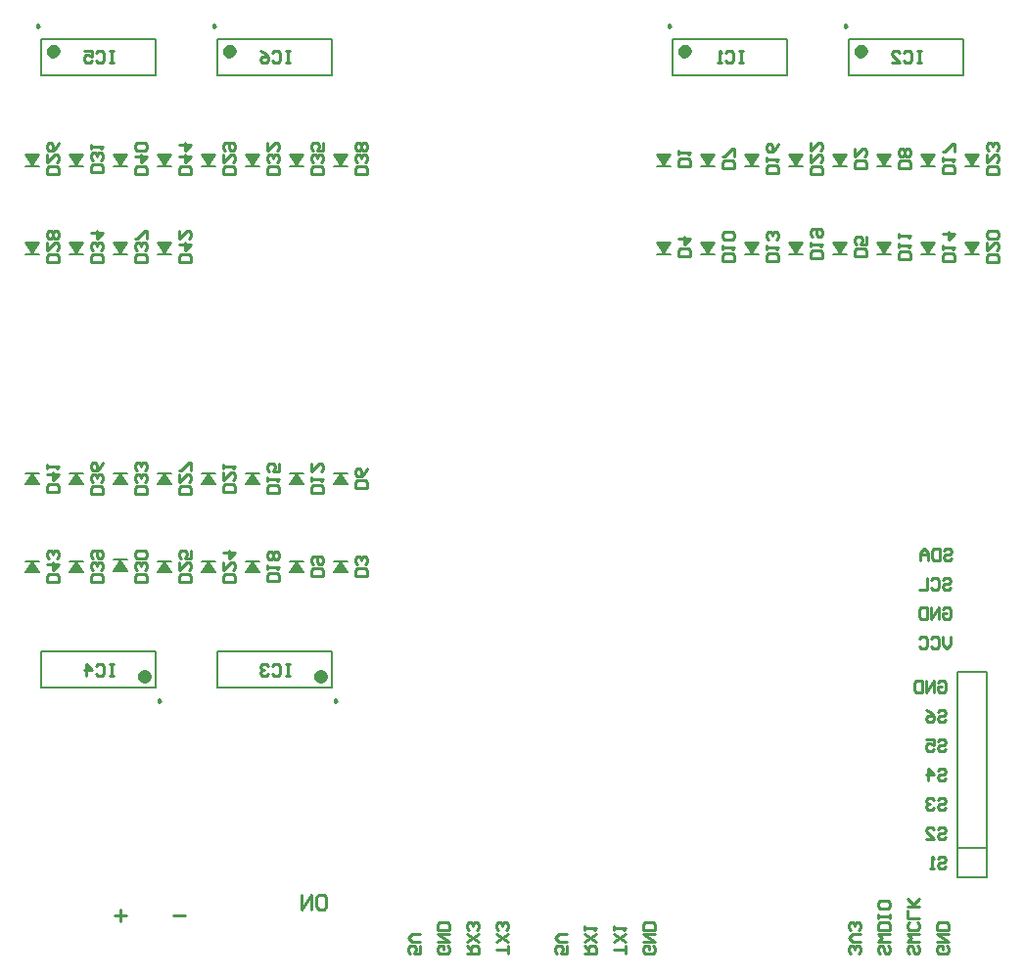
<source format=gbo>
G04*
G04 #@! TF.GenerationSoftware,Altium Limited,Altium Designer,21.3.2 (30)*
G04*
G04 Layer_Color=32896*
%FSLAX25Y25*%
%MOIN*%
G70*
G04*
G04 #@! TF.SameCoordinates,0941D6B8-9053-4ACA-ABC4-2B4951EE2B0C*
G04*
G04*
G04 #@! TF.FilePolarity,Positive*
G04*
G01*
G75*
%ADD10C,0.00984*%
%ADD11C,0.02362*%
%ADD12C,0.00787*%
%ADD15C,0.00800*%
%ADD16C,0.01000*%
G36*
X95000Y282716D02*
X92638Y286260D01*
X97362D01*
X95000Y282716D01*
D02*
G37*
G36*
X80000D02*
X77638Y286260D01*
X82362D01*
X80000Y282716D01*
D02*
G37*
G36*
X65000D02*
X62638Y286260D01*
X67362D01*
X65000Y282716D01*
D02*
G37*
G36*
X50000D02*
X47638Y286260D01*
X52362D01*
X50000Y282716D01*
D02*
G37*
G36*
X35000D02*
X32638Y286260D01*
X37362D01*
X35000Y282716D01*
D02*
G37*
G36*
X20000D02*
X17638Y286260D01*
X22362D01*
X20000Y282716D01*
D02*
G37*
G36*
X65000Y252716D02*
X62638Y256260D01*
X67362D01*
X65000Y252716D01*
D02*
G37*
G36*
X50000D02*
X47638Y256260D01*
X52362D01*
X50000Y252716D01*
D02*
G37*
G36*
X35000D02*
X32638Y256260D01*
X37362D01*
X35000Y252716D01*
D02*
G37*
G36*
X20000D02*
X17638Y256260D01*
X22362D01*
X20000Y252716D01*
D02*
G37*
G36*
X97362Y173740D02*
X92638D01*
X95000Y177284D01*
X97362Y173740D01*
D02*
G37*
G36*
X82362D02*
X77638D01*
X80000Y177284D01*
X82362Y173740D01*
D02*
G37*
G36*
X67362D02*
X62638D01*
X65000Y177284D01*
X67362Y173740D01*
D02*
G37*
G36*
X52362D02*
X47638D01*
X50000Y177284D01*
X52362Y173740D01*
D02*
G37*
G36*
X37362D02*
X32638D01*
X35000Y177284D01*
X37362Y173740D01*
D02*
G37*
G36*
X22362D02*
X17638D01*
X20000Y177284D01*
X22362Y173740D01*
D02*
G37*
G36*
X52362Y144370D02*
X47638D01*
X50000Y147913D01*
X52362Y144370D01*
D02*
G37*
G36*
X97362Y143740D02*
X92638D01*
X95000Y147283D01*
X97362Y143740D01*
D02*
G37*
G36*
X82362D02*
X77638D01*
X80000Y147283D01*
X82362Y143740D01*
D02*
G37*
G36*
X67362D02*
X62638D01*
X65000Y147283D01*
X67362Y143740D01*
D02*
G37*
G36*
X37362D02*
X32638D01*
X35000Y147283D01*
X37362Y143740D01*
D02*
G37*
G36*
X22362D02*
X17638D01*
X20000Y147283D01*
X22362Y143740D01*
D02*
G37*
G36*
X340000Y282716D02*
X337638Y286260D01*
X342362D01*
X340000Y282716D01*
D02*
G37*
G36*
X325000D02*
X322638Y286260D01*
X327362D01*
X325000Y282716D01*
D02*
G37*
G36*
X310000D02*
X307638Y286260D01*
X312362D01*
X310000Y282716D01*
D02*
G37*
G36*
X295000D02*
X292638Y286260D01*
X297362D01*
X295000Y282716D01*
D02*
G37*
G36*
X280000D02*
X277638Y286260D01*
X282362D01*
X280000Y282716D01*
D02*
G37*
G36*
X265000D02*
X262638Y286260D01*
X267362D01*
X265000Y282716D01*
D02*
G37*
G36*
X250000D02*
X247638Y286260D01*
X252362D01*
X250000Y282716D01*
D02*
G37*
G36*
X235000D02*
X232638Y286260D01*
X237362D01*
X235000Y282716D01*
D02*
G37*
G36*
X125000D02*
X122638Y286260D01*
X127362D01*
X125000Y282716D01*
D02*
G37*
G36*
X110000D02*
X107638Y286260D01*
X112362D01*
X110000Y282716D01*
D02*
G37*
G36*
X340000Y252716D02*
X337638Y256260D01*
X342362D01*
X340000Y252716D01*
D02*
G37*
G36*
X325000D02*
X322638Y256260D01*
X327362D01*
X325000Y252716D01*
D02*
G37*
G36*
X310000D02*
X307638Y256260D01*
X312362D01*
X310000Y252716D01*
D02*
G37*
G36*
X295000D02*
X292638Y256260D01*
X297362D01*
X295000Y252716D01*
D02*
G37*
G36*
X280000D02*
X277638Y256260D01*
X282362D01*
X280000Y252716D01*
D02*
G37*
G36*
X265000D02*
X262638Y256260D01*
X267362D01*
X265000Y252716D01*
D02*
G37*
G36*
X250000D02*
X247638Y256260D01*
X252362D01*
X250000Y252716D01*
D02*
G37*
G36*
X235000D02*
X232638Y256260D01*
X237362D01*
X235000Y252716D01*
D02*
G37*
G36*
X127362Y173740D02*
X122638D01*
X125000Y177284D01*
X127362Y173740D01*
D02*
G37*
G36*
X112362D02*
X107638D01*
X110000Y177284D01*
X112362Y173740D01*
D02*
G37*
G36*
X127362Y143740D02*
X122638D01*
X125000Y147283D01*
X127362Y143740D01*
D02*
G37*
G36*
X112362D02*
X107638D01*
X110000Y147283D01*
X112362Y143740D01*
D02*
G37*
D10*
X297244Y330000D02*
X296506Y330426D01*
Y329574D01*
X297244Y330000D01*
X237244D02*
X236506Y330426D01*
Y329574D01*
X237244Y330000D01*
X22244D02*
X21506Y330426D01*
Y329574D01*
X22244Y330000D01*
X82244D02*
X81506Y330426D01*
Y329574D01*
X82244Y330000D01*
X63740Y100000D02*
X63002Y100426D01*
Y99574D01*
X63740Y100000D01*
X123740D02*
X123002Y100426D01*
Y99574D01*
X123740Y100000D01*
D11*
X303130Y321535D02*
X302685Y322459D01*
X301686Y322687D01*
X300885Y322048D01*
Y321023D01*
X301686Y320384D01*
X302685Y320612D01*
X303130Y321535D01*
X243130D02*
X242685Y322459D01*
X241686Y322687D01*
X240885Y322048D01*
Y321023D01*
X241686Y320384D01*
X242685Y320612D01*
X243130Y321535D01*
X28130D02*
X27685Y322459D01*
X26686Y322687D01*
X25885Y322048D01*
Y321023D01*
X26686Y320384D01*
X27685Y320612D01*
X28130Y321535D01*
X88130D02*
X87685Y322459D01*
X86686Y322687D01*
X85885Y322048D01*
Y321023D01*
X86686Y320384D01*
X87685Y320612D01*
X88130Y321535D01*
X59232Y108465D02*
X58788Y109388D01*
X57788Y109616D01*
X56987Y108977D01*
Y107952D01*
X57788Y107313D01*
X58788Y107541D01*
X59232Y108465D01*
X119232D02*
X118788Y109388D01*
X117788Y109616D01*
X116987Y108977D01*
Y107952D01*
X117788Y107313D01*
X118788Y107541D01*
X119232Y108465D01*
D12*
X298012Y325472D02*
X336988D01*
X298012Y313268D02*
X336988D01*
X298012D02*
Y325472D01*
X336988Y313268D02*
Y325472D01*
X238012D02*
X276988D01*
X238012Y313268D02*
X276988D01*
X238012D02*
Y325472D01*
X276988Y313268D02*
Y325472D01*
X61988Y313268D02*
Y325472D01*
X23012Y313268D02*
Y325472D01*
Y313268D02*
X61988D01*
X23012Y325472D02*
X61988D01*
X83012D02*
X121988D01*
X83012Y313268D02*
X121988D01*
X83012D02*
Y325472D01*
X121988Y313268D02*
Y325472D01*
X23012Y104528D02*
X61988D01*
X23012Y116732D02*
X61988D01*
Y104528D02*
Y116732D01*
X23012Y104528D02*
Y116732D01*
X83012Y104528D02*
X121988D01*
X83012Y116732D02*
X121988D01*
Y104528D02*
Y116732D01*
X83012Y104528D02*
Y116732D01*
X335000Y50000D02*
X345000D01*
X335000Y110000D02*
X345000D01*
X335000Y40000D02*
Y110000D01*
Y40000D02*
X345000D01*
Y110000D01*
D15*
X337638Y256260D02*
X340000Y252716D01*
X342362Y256260D01*
X337638D02*
X342362D01*
X337638Y252323D02*
X342362D01*
X322638Y256260D02*
X325000Y252716D01*
X327362Y256260D01*
X322638D02*
X327362D01*
X322638Y252323D02*
X327362D01*
X307638Y256260D02*
X310000Y252716D01*
X312362Y256260D01*
X307638D02*
X312362D01*
X307638Y252323D02*
X312362D01*
X292638Y256260D02*
X295000Y252716D01*
X297362Y256260D01*
X292638D02*
X297362D01*
X292638Y252323D02*
X297362D01*
X277638Y256260D02*
X280000Y252716D01*
X282362Y256260D01*
X277638D02*
X282362D01*
X277638Y252323D02*
X282362D01*
X262638Y256260D02*
X265000Y252716D01*
X267362Y256260D01*
X262638D02*
X267362D01*
X262638Y252323D02*
X267362D01*
X247638Y256260D02*
X250000Y252716D01*
X252362Y256260D01*
X247638D02*
X252362D01*
X247638Y252323D02*
X252362D01*
X232638Y256260D02*
X235000Y252716D01*
X237362Y256260D01*
X232638D02*
X237362D01*
X232638Y252323D02*
X237362D01*
X232638Y286260D02*
X235000Y282716D01*
X237362Y286260D01*
X232638D02*
X237362D01*
X232638Y282323D02*
X237362D01*
X247638Y286260D02*
X250000Y282716D01*
X252362Y286260D01*
X247638D02*
X252362D01*
X247638Y282323D02*
X252362D01*
X262638Y286260D02*
X265000Y282716D01*
X267362Y286260D01*
X262638D02*
X267362D01*
X262638Y282323D02*
X267362D01*
X292638Y286260D02*
X295000Y282716D01*
X297362Y286260D01*
X292638D02*
X297362D01*
X292638Y282323D02*
X297362D01*
X307638Y286260D02*
X310000Y282716D01*
X312362Y286260D01*
X307638D02*
X312362D01*
X307638Y282323D02*
X312362D01*
X322638Y286260D02*
X325000Y282716D01*
X327362Y286260D01*
X322638D02*
X327362D01*
X322638Y282323D02*
X327362D01*
X337638Y286260D02*
X340000Y282716D01*
X342362Y286260D01*
X337638D02*
X342362D01*
X337638Y282323D02*
X342362D01*
X17638Y256260D02*
X20000Y252716D01*
X22362Y256260D01*
X17638D02*
X22362D01*
X17638Y252323D02*
X22362D01*
X32638Y256260D02*
X35000Y252716D01*
X37362Y256260D01*
X32638D02*
X37362D01*
X32638Y252323D02*
X37362D01*
X47638D02*
X52362D01*
X47638Y256260D02*
X52362D01*
X50000Y252716D02*
X52362Y256260D01*
X47638D02*
X50000Y252716D01*
X62638Y256260D02*
X65000Y252716D01*
X67362Y256260D01*
X62638D02*
X67362D01*
X62638Y252323D02*
X67362D01*
X17638Y286260D02*
X20000Y282716D01*
X22362Y286260D01*
X17638D02*
X22362D01*
X17638Y282323D02*
X22362D01*
X32638Y286260D02*
X35000Y282716D01*
X37362Y286260D01*
X32638D02*
X37362D01*
X32638Y282323D02*
X37362D01*
X47638Y286260D02*
X50000Y282716D01*
X52362Y286260D01*
X47638D02*
X52362D01*
X47638Y282323D02*
X52362D01*
X62638Y286260D02*
X65000Y282716D01*
X67362Y286260D01*
X62638D02*
X67362D01*
X62638Y282323D02*
X67362D01*
X77638Y286260D02*
X80000Y282716D01*
X82362Y286260D01*
X77638D02*
X82362D01*
X77638Y282323D02*
X82362D01*
X92638Y286260D02*
X95000Y282716D01*
X97362Y286260D01*
X92638D02*
X97362D01*
X92638Y282323D02*
X97362D01*
X107638Y286260D02*
X110000Y282716D01*
X112362Y286260D01*
X107638D02*
X112362D01*
X107638Y282323D02*
X112362D01*
X122638Y286260D02*
X125000Y282716D01*
X127362Y286260D01*
X122638D02*
X127362D01*
X122638Y282323D02*
X127362D01*
X35000Y177284D02*
X37362Y173740D01*
X32638D02*
X35000Y177284D01*
X32638Y173740D02*
X37362D01*
X32638Y177677D02*
X37362D01*
X50000Y177284D02*
X52362Y173740D01*
X47638D02*
X50000Y177284D01*
X47638Y173740D02*
X52362D01*
X47638Y177677D02*
X52362D01*
X65000Y177284D02*
X67362Y173740D01*
X62638D02*
X65000Y177284D01*
X62638Y173740D02*
X67362D01*
X62638Y177677D02*
X67362D01*
X80000Y177284D02*
X82362Y173740D01*
X77638D02*
X80000Y177284D01*
X77638Y173740D02*
X82362D01*
X77638Y177677D02*
X82362D01*
X95000Y177284D02*
X97362Y173740D01*
X92638D02*
X95000Y177284D01*
X92638Y173740D02*
X97362D01*
X92638Y177677D02*
X97362D01*
X110000Y177284D02*
X112362Y173740D01*
X107638D02*
X110000Y177284D01*
X107638Y173740D02*
X112362D01*
X107638Y177677D02*
X112362D01*
X125000Y177284D02*
X127362Y173740D01*
X122638D02*
X125000Y177284D01*
X122638Y173740D02*
X127362D01*
X122638Y177677D02*
X127362D01*
X125000Y147283D02*
X127362Y143740D01*
X122638D02*
X125000Y147283D01*
X122638Y143740D02*
X127362D01*
X122638Y147677D02*
X127362D01*
X110000Y147283D02*
X112362Y143740D01*
X107638D02*
X110000Y147283D01*
X107638Y143740D02*
X112362D01*
X107638Y147677D02*
X112362D01*
X95000Y147283D02*
X97362Y143740D01*
X92638D02*
X95000Y147283D01*
X92638Y143740D02*
X97362D01*
X92638Y147677D02*
X97362D01*
X80000Y147283D02*
X82362Y143740D01*
X77638D02*
X80000Y147283D01*
X77638Y143740D02*
X82362D01*
X77638Y147677D02*
X82362D01*
X65000Y147283D02*
X67362Y143740D01*
X62638D02*
X65000Y147283D01*
X62638Y143740D02*
X67362D01*
X62638Y147677D02*
X67362D01*
X50000Y147913D02*
X52362Y144370D01*
X47638D02*
X50000Y147913D01*
X47638Y144370D02*
X52362D01*
X47638Y148307D02*
X52362D01*
X35000Y147283D02*
X37362Y143740D01*
X32638D02*
X35000Y147283D01*
X32638Y143740D02*
X37362D01*
X32638Y147677D02*
X37362D01*
X20000Y177284D02*
X22362Y173740D01*
X17638D02*
X20000Y177284D01*
X17638Y173740D02*
X22362D01*
X17638Y177677D02*
X22362D01*
X20000Y147283D02*
X22362Y143740D01*
X17638D02*
X20000Y147283D01*
X17638Y143740D02*
X22362D01*
X17638Y147677D02*
X22362D01*
X277638Y286260D02*
X280000Y282716D01*
X282362Y286260D01*
X277638D02*
X282362D01*
X277638Y282323D02*
X282362D01*
D16*
X330334Y151332D02*
X331001Y151999D01*
X332334D01*
X333000Y151332D01*
Y150666D01*
X332334Y149999D01*
X331001D01*
X330334Y149333D01*
Y148667D01*
X331001Y148000D01*
X332334D01*
X333000Y148667D01*
X329001Y151999D02*
Y148000D01*
X327002D01*
X326336Y148667D01*
Y151332D01*
X327002Y151999D01*
X329001D01*
X325003Y148000D02*
Y150666D01*
X323670Y151999D01*
X322337Y150666D01*
Y148000D01*
Y149999D01*
X325003D01*
X329834Y141332D02*
X330501Y141999D01*
X331834D01*
X332500Y141332D01*
Y140666D01*
X331834Y139999D01*
X330501D01*
X329834Y139333D01*
Y138666D01*
X330501Y138000D01*
X331834D01*
X332500Y138666D01*
X325835Y141332D02*
X326502Y141999D01*
X327835D01*
X328501Y141332D01*
Y138666D01*
X327835Y138000D01*
X326502D01*
X325835Y138666D01*
X324503Y141999D02*
Y138000D01*
X321837D01*
X329834Y131332D02*
X330501Y131999D01*
X331834D01*
X332500Y131332D01*
Y128666D01*
X331834Y128000D01*
X330501D01*
X329834Y128666D01*
Y129999D01*
X331167D01*
X328501Y128000D02*
Y131999D01*
X325835Y128000D01*
Y131999D01*
X324503D02*
Y128000D01*
X322503D01*
X321837Y128666D01*
Y131332D01*
X322503Y131999D01*
X324503D01*
X332500Y121999D02*
Y119333D01*
X331167Y118000D01*
X329834Y119333D01*
Y121999D01*
X325835Y121332D02*
X326502Y121999D01*
X327835D01*
X328501Y121332D01*
Y118667D01*
X327835Y118000D01*
X326502D01*
X325835Y118667D01*
X321837Y121332D02*
X322503Y121999D01*
X323836D01*
X324503Y121332D01*
Y118667D01*
X323836Y118000D01*
X322503D01*
X321837Y118667D01*
X117501Y33998D02*
X119167D01*
X120000Y33165D01*
Y29833D01*
X119167Y29000D01*
X117501D01*
X116668Y29833D01*
Y33165D01*
X117501Y33998D01*
X115002Y29000D02*
Y33998D01*
X111669Y29000D01*
Y33998D01*
X52000Y26999D02*
X48001D01*
X50001Y28999D02*
Y25000D01*
X72000Y27000D02*
X68001D01*
X201999Y16666D02*
Y14000D01*
X199999D01*
X200666Y15333D01*
Y15999D01*
X199999Y16666D01*
X198667D01*
X198000Y15999D01*
Y14667D01*
X198667Y14000D01*
X201999Y17999D02*
X199333D01*
X198000Y19332D01*
X199333Y20664D01*
X201999D01*
X208000Y14000D02*
X211999D01*
Y15999D01*
X211332Y16666D01*
X209999D01*
X209333Y15999D01*
Y14000D01*
Y15333D02*
X208000Y16666D01*
X211999Y17999D02*
X208000Y20664D01*
X211999D02*
X208000Y17999D01*
Y21997D02*
Y23330D01*
Y22664D01*
X211999D01*
X211332Y21997D01*
X221999Y14000D02*
Y16666D01*
Y15333D01*
X218000D01*
X221999Y17999D02*
X218000Y20664D01*
X221999D02*
X218000Y17999D01*
Y21997D02*
Y23330D01*
Y22664D01*
X221999D01*
X221332Y21997D01*
X231332Y16666D02*
X231999Y15999D01*
Y14667D01*
X231332Y14000D01*
X228666D01*
X228000Y14667D01*
Y15999D01*
X228666Y16666D01*
X229999D01*
Y15333D01*
X228000Y17999D02*
X231999D01*
X228000Y20664D01*
X231999D01*
Y21997D02*
X228000D01*
Y23997D01*
X228666Y24663D01*
X231332D01*
X231999Y23997D01*
Y21997D01*
X151999Y16666D02*
Y14000D01*
X149999D01*
X150666Y15333D01*
Y15999D01*
X149999Y16666D01*
X148667D01*
X148000Y15999D01*
Y14667D01*
X148667Y14000D01*
X151999Y17999D02*
X149333D01*
X148000Y19332D01*
X149333Y20664D01*
X151999D01*
X161332Y16666D02*
X161999Y15999D01*
Y14667D01*
X161332Y14000D01*
X158667D01*
X158000Y14667D01*
Y15999D01*
X158667Y16666D01*
X159999D01*
Y15333D01*
X158000Y17999D02*
X161999D01*
X158000Y20664D01*
X161999D01*
Y21997D02*
X158000D01*
Y23997D01*
X158667Y24663D01*
X161332D01*
X161999Y23997D01*
Y21997D01*
X168000Y14000D02*
X171999D01*
Y15999D01*
X171332Y16666D01*
X169999D01*
X169333Y15999D01*
Y14000D01*
Y15333D02*
X168000Y16666D01*
X171999Y17999D02*
X168000Y20664D01*
X171999D02*
X168000Y17999D01*
X171332Y21997D02*
X171999Y22664D01*
Y23997D01*
X171332Y24663D01*
X170666D01*
X169999Y23997D01*
Y23330D01*
Y23997D01*
X169333Y24663D01*
X168667D01*
X168000Y23997D01*
Y22664D01*
X168667Y21997D01*
X181999Y14000D02*
Y16666D01*
Y15333D01*
X178000D01*
X181999Y17999D02*
X178000Y20664D01*
X181999D02*
X178000Y17999D01*
X181332Y21997D02*
X181999Y22664D01*
Y23997D01*
X181332Y24663D01*
X180666D01*
X179999Y23997D01*
Y23330D01*
Y23997D01*
X179333Y24663D01*
X178666D01*
X178000Y23997D01*
Y22664D01*
X178666Y21997D01*
X331332Y16666D02*
X331999Y15999D01*
Y14667D01*
X331332Y14000D01*
X328666D01*
X328000Y14667D01*
Y15999D01*
X328666Y16666D01*
X329999D01*
Y15333D01*
X328000Y17999D02*
X331999D01*
X328000Y20664D01*
X331999D01*
Y21997D02*
X328000D01*
Y23997D01*
X328666Y24663D01*
X331332D01*
X331999Y23997D01*
Y21997D01*
X321332Y16666D02*
X321999Y15999D01*
Y14667D01*
X321332Y14000D01*
X320666D01*
X319999Y14667D01*
Y15999D01*
X319333Y16666D01*
X318666D01*
X318000Y15999D01*
Y14667D01*
X318666Y14000D01*
X321999Y17999D02*
X318000D01*
X319333Y19332D01*
X318000Y20664D01*
X321999D01*
X321332Y24663D02*
X321999Y23997D01*
Y22664D01*
X321332Y21997D01*
X318666D01*
X318000Y22664D01*
Y23997D01*
X318666Y24663D01*
X321999Y25996D02*
X318000D01*
Y28662D01*
X321999Y29995D02*
X318000D01*
X319333D01*
X321999Y32661D01*
X319999Y30661D01*
X318000Y32661D01*
X311332Y16666D02*
X311999Y15999D01*
Y14667D01*
X311332Y14000D01*
X310666D01*
X309999Y14667D01*
Y15999D01*
X309333Y16666D01*
X308666D01*
X308000Y15999D01*
Y14667D01*
X308666Y14000D01*
X311999Y17999D02*
X308000D01*
X309333Y19332D01*
X308000Y20664D01*
X311999D01*
Y21997D02*
X308000D01*
Y23997D01*
X308666Y24663D01*
X311332D01*
X311999Y23997D01*
Y21997D01*
Y25996D02*
Y27329D01*
Y26663D01*
X308000D01*
Y25996D01*
Y27329D01*
X311999Y31328D02*
Y29995D01*
X311332Y29328D01*
X308666D01*
X308000Y29995D01*
Y31328D01*
X308666Y31994D01*
X311332D01*
X311999Y31328D01*
X301332Y14000D02*
X301999Y14667D01*
Y15999D01*
X301332Y16666D01*
X300666D01*
X299999Y15999D01*
Y15333D01*
Y15999D01*
X299333Y16666D01*
X298666D01*
X298000Y15999D01*
Y14667D01*
X298666Y14000D01*
X301999Y17999D02*
X299333D01*
X298000Y19332D01*
X299333Y20664D01*
X301999D01*
X301332Y21997D02*
X301999Y22664D01*
Y23997D01*
X301332Y24663D01*
X300666D01*
X299999Y23997D01*
Y23330D01*
Y23997D01*
X299333Y24663D01*
X298666D01*
X298000Y23997D01*
Y22664D01*
X298666Y21997D01*
X328334Y106332D02*
X329001Y106999D01*
X330334D01*
X331000Y106332D01*
Y103666D01*
X330334Y103000D01*
X329001D01*
X328334Y103666D01*
Y104999D01*
X329667D01*
X327001Y103000D02*
Y106999D01*
X324336Y103000D01*
Y106999D01*
X323003D02*
Y103000D01*
X321003D01*
X320337Y103666D01*
Y106332D01*
X321003Y106999D01*
X323003D01*
X328334Y96332D02*
X329001Y96999D01*
X330334D01*
X331000Y96332D01*
Y95666D01*
X330334Y94999D01*
X329001D01*
X328334Y94333D01*
Y93666D01*
X329001Y93000D01*
X330334D01*
X331000Y93666D01*
X324336Y96999D02*
X325668Y96332D01*
X327001Y94999D01*
Y93666D01*
X326335Y93000D01*
X325002D01*
X324336Y93666D01*
Y94333D01*
X325002Y94999D01*
X327001D01*
X328334Y86332D02*
X329001Y86999D01*
X330334D01*
X331000Y86332D01*
Y85666D01*
X330334Y84999D01*
X329001D01*
X328334Y84333D01*
Y83666D01*
X329001Y83000D01*
X330334D01*
X331000Y83666D01*
X324336Y86999D02*
X327001D01*
Y84999D01*
X325668Y85666D01*
X325002D01*
X324336Y84999D01*
Y83666D01*
X325002Y83000D01*
X326335D01*
X327001Y83666D01*
X328334Y76332D02*
X329001Y76999D01*
X330334D01*
X331000Y76332D01*
Y75666D01*
X330334Y74999D01*
X329001D01*
X328334Y74333D01*
Y73666D01*
X329001Y73000D01*
X330334D01*
X331000Y73666D01*
X325002Y73000D02*
Y76999D01*
X327001Y74999D01*
X324336D01*
X328334Y66332D02*
X329001Y66999D01*
X330334D01*
X331000Y66332D01*
Y65666D01*
X330334Y64999D01*
X329001D01*
X328334Y64333D01*
Y63666D01*
X329001Y63000D01*
X330334D01*
X331000Y63666D01*
X327001Y66332D02*
X326335Y66999D01*
X325002D01*
X324336Y66332D01*
Y65666D01*
X325002Y64999D01*
X325668D01*
X325002D01*
X324336Y64333D01*
Y63666D01*
X325002Y63000D01*
X326335D01*
X327001Y63666D01*
X328334Y56332D02*
X329001Y56999D01*
X330334D01*
X331000Y56332D01*
Y55666D01*
X330334Y54999D01*
X329001D01*
X328334Y54333D01*
Y53666D01*
X329001Y53000D01*
X330334D01*
X331000Y53666D01*
X324336Y53000D02*
X327001D01*
X324336Y55666D01*
Y56332D01*
X325002Y56999D01*
X326335D01*
X327001Y56332D01*
X328334Y46332D02*
X329001Y46999D01*
X330334D01*
X331000Y46332D01*
Y45666D01*
X330334Y44999D01*
X329001D01*
X328334Y44333D01*
Y43666D01*
X329001Y43000D01*
X330334D01*
X331000Y43666D01*
X327001Y43000D02*
X325668D01*
X326335D01*
Y46999D01*
X327001Y46332D01*
X348999Y249668D02*
X345001D01*
Y251668D01*
X345667Y252334D01*
X348333D01*
X348999Y251668D01*
Y249668D01*
X345001Y256333D02*
Y253667D01*
X347666Y256333D01*
X348333D01*
X348999Y255666D01*
Y254333D01*
X348333Y253667D01*
Y257666D02*
X348999Y258332D01*
Y259665D01*
X348333Y260332D01*
X345667D01*
X345001Y259665D01*
Y258332D01*
X345667Y257666D01*
X348333D01*
X333999Y250002D02*
X330001D01*
Y252001D01*
X330667Y252667D01*
X333333D01*
X333999Y252001D01*
Y250002D01*
X330001Y254000D02*
Y255333D01*
Y254667D01*
X333999D01*
X333333Y254000D01*
X330001Y259332D02*
X333999D01*
X332000Y257333D01*
Y259998D01*
X318999Y250668D02*
X315001D01*
Y252667D01*
X315667Y253334D01*
X318333D01*
X318999Y252667D01*
Y250668D01*
X315001Y254667D02*
Y256000D01*
Y255333D01*
X318999D01*
X318333Y254667D01*
X315001Y257999D02*
Y259332D01*
Y258665D01*
X318999D01*
X318333Y257999D01*
X303999Y251668D02*
X300001D01*
Y253667D01*
X300667Y254334D01*
X303333D01*
X303999Y253667D01*
Y251668D01*
Y258332D02*
Y255666D01*
X302000D01*
X302666Y256999D01*
Y257666D01*
X302000Y258332D01*
X300667D01*
X300001Y257666D01*
Y256333D01*
X300667Y255666D01*
X288999Y251002D02*
X285001D01*
Y253001D01*
X285667Y253667D01*
X288333D01*
X288999Y253001D01*
Y251002D01*
X285001Y255000D02*
Y256333D01*
Y255667D01*
X288999D01*
X288333Y255000D01*
X285667Y258333D02*
X285001Y258999D01*
Y260332D01*
X285667Y260998D01*
X288333D01*
X288999Y260332D01*
Y258999D01*
X288333Y258333D01*
X287666D01*
X287000Y258999D01*
Y260998D01*
X273999Y250002D02*
X270001D01*
Y252001D01*
X270667Y252667D01*
X273333D01*
X273999Y252001D01*
Y250002D01*
X270001Y254000D02*
Y255333D01*
Y254667D01*
X273999D01*
X273333Y254000D01*
Y257333D02*
X273999Y257999D01*
Y259332D01*
X273333Y259998D01*
X272666D01*
X272000Y259332D01*
Y258665D01*
Y259332D01*
X271334Y259998D01*
X270667D01*
X270001Y259332D01*
Y257999D01*
X270667Y257333D01*
X258999Y250002D02*
X255001D01*
Y252001D01*
X255667Y252667D01*
X258333D01*
X258999Y252001D01*
Y250002D01*
X255001Y254000D02*
Y255333D01*
Y254667D01*
X258999D01*
X258333Y254000D01*
Y257333D02*
X258999Y257999D01*
Y259332D01*
X258333Y259998D01*
X255667D01*
X255001Y259332D01*
Y257999D01*
X255667Y257333D01*
X258333D01*
X243999Y251668D02*
X240001D01*
Y253667D01*
X240667Y254334D01*
X243333D01*
X243999Y253667D01*
Y251668D01*
X240001Y257666D02*
X243999D01*
X242000Y255666D01*
Y258332D01*
X243999Y282334D02*
X240001D01*
Y284334D01*
X240667Y285000D01*
X243333D01*
X243999Y284334D01*
Y282334D01*
X240001Y286333D02*
Y287666D01*
Y286999D01*
X243999D01*
X243333Y286333D01*
X258999Y281668D02*
X255001D01*
Y283667D01*
X255667Y284334D01*
X258333D01*
X258999Y283667D01*
Y281668D01*
Y285666D02*
Y288332D01*
X258333D01*
X255667Y285666D01*
X255001D01*
X273999Y280002D02*
X270001D01*
Y282001D01*
X270667Y282667D01*
X273333D01*
X273999Y282001D01*
Y280002D01*
X270001Y284000D02*
Y285333D01*
Y284667D01*
X273999D01*
X273333Y284000D01*
X273999Y289998D02*
X273333Y288666D01*
X272000Y287333D01*
X270667D01*
X270001Y287999D01*
Y289332D01*
X270667Y289998D01*
X271334D01*
X272000Y289332D01*
Y287333D01*
X303999Y281668D02*
X300001D01*
Y283667D01*
X300667Y284334D01*
X303333D01*
X303999Y283667D01*
Y281668D01*
X300001Y288332D02*
Y285666D01*
X302666Y288332D01*
X303333D01*
X303999Y287666D01*
Y286333D01*
X303333Y285666D01*
X318999Y281668D02*
X315001D01*
Y283667D01*
X315667Y284334D01*
X318333D01*
X318999Y283667D01*
Y281668D01*
X318333Y285666D02*
X318999Y286333D01*
Y287666D01*
X318333Y288332D01*
X317666D01*
X317000Y287666D01*
X316334Y288332D01*
X315667D01*
X315001Y287666D01*
Y286333D01*
X315667Y285666D01*
X316334D01*
X317000Y286333D01*
X317666Y285666D01*
X318333D01*
X317000Y286333D02*
Y287666D01*
X333999Y280002D02*
X330001D01*
Y282001D01*
X330667Y282667D01*
X333333D01*
X333999Y282001D01*
Y280002D01*
X330001Y284000D02*
Y285333D01*
Y284667D01*
X333999D01*
X333333Y284000D01*
X333999Y287333D02*
Y289998D01*
X333333D01*
X330667Y287333D01*
X330001D01*
X348999Y279668D02*
X345001D01*
Y281668D01*
X345667Y282334D01*
X348333D01*
X348999Y281668D01*
Y279668D01*
X345001Y286333D02*
Y283667D01*
X347666Y286333D01*
X348333D01*
X348999Y285666D01*
Y284334D01*
X348333Y283667D01*
Y287666D02*
X348999Y288332D01*
Y289665D01*
X348333Y290332D01*
X347666D01*
X347000Y289665D01*
Y288999D01*
Y289665D01*
X346334Y290332D01*
X345667D01*
X345001Y289665D01*
Y288332D01*
X345667Y287666D01*
X28999Y249668D02*
X25001D01*
Y251668D01*
X25667Y252334D01*
X28333D01*
X28999Y251668D01*
Y249668D01*
X25001Y256333D02*
Y253667D01*
X27666Y256333D01*
X28333D01*
X28999Y255666D01*
Y254333D01*
X28333Y253667D01*
Y257666D02*
X28999Y258332D01*
Y259665D01*
X28333Y260332D01*
X27666D01*
X27000Y259665D01*
X26333Y260332D01*
X25667D01*
X25001Y259665D01*
Y258332D01*
X25667Y257666D01*
X26333D01*
X27000Y258332D01*
X27666Y257666D01*
X28333D01*
X27000Y258332D02*
Y259665D01*
X43999Y249668D02*
X40001D01*
Y251668D01*
X40667Y252334D01*
X43333D01*
X43999Y251668D01*
Y249668D01*
X43333Y253667D02*
X43999Y254333D01*
Y255666D01*
X43333Y256333D01*
X42666D01*
X42000Y255666D01*
Y255000D01*
Y255666D01*
X41333Y256333D01*
X40667D01*
X40001Y255666D01*
Y254333D01*
X40667Y253667D01*
X40001Y259665D02*
X43999D01*
X42000Y257666D01*
Y260332D01*
X58999Y249668D02*
X55001D01*
Y251668D01*
X55667Y252334D01*
X58333D01*
X58999Y251668D01*
Y249668D01*
X58333Y253667D02*
X58999Y254333D01*
Y255666D01*
X58333Y256333D01*
X57666D01*
X57000Y255666D01*
Y255000D01*
Y255666D01*
X56334Y256333D01*
X55667D01*
X55001Y255666D01*
Y254333D01*
X55667Y253667D01*
X58999Y257666D02*
Y260332D01*
X58333D01*
X55667Y257666D01*
X55001D01*
X73999Y249668D02*
X70001D01*
Y251668D01*
X70667Y252334D01*
X73333D01*
X73999Y251668D01*
Y249668D01*
X70001Y255666D02*
X73999D01*
X72000Y253667D01*
Y256333D01*
X70001Y260332D02*
Y257666D01*
X72666Y260332D01*
X73333D01*
X73999Y259665D01*
Y258332D01*
X73333Y257666D01*
X28999Y279668D02*
X25001D01*
Y281668D01*
X25667Y282334D01*
X28333D01*
X28999Y281668D01*
Y279668D01*
X25001Y286333D02*
Y283667D01*
X27666Y286333D01*
X28333D01*
X28999Y285666D01*
Y284333D01*
X28333Y283667D01*
X28999Y290332D02*
X28333Y288999D01*
X27000Y287666D01*
X25667D01*
X25001Y288332D01*
Y289665D01*
X25667Y290332D01*
X26333D01*
X27000Y289665D01*
Y287666D01*
X43999Y280335D02*
X40001D01*
Y282334D01*
X40667Y283001D01*
X43333D01*
X43999Y282334D01*
Y280335D01*
X43333Y284333D02*
X43999Y285000D01*
Y286333D01*
X43333Y286999D01*
X42666D01*
X42000Y286333D01*
Y285666D01*
Y286333D01*
X41333Y286999D01*
X40667D01*
X40001Y286333D01*
Y285000D01*
X40667Y284333D01*
X40001Y288332D02*
Y289665D01*
Y288999D01*
X43999D01*
X43333Y288332D01*
X58999Y279668D02*
X55001D01*
Y281668D01*
X55667Y282334D01*
X58333D01*
X58999Y281668D01*
Y279668D01*
X55001Y285666D02*
X58999D01*
X57000Y283667D01*
Y286333D01*
X58333Y287666D02*
X58999Y288332D01*
Y289665D01*
X58333Y290332D01*
X55667D01*
X55001Y289665D01*
Y288332D01*
X55667Y287666D01*
X58333D01*
X73999Y279668D02*
X70001D01*
Y281668D01*
X70667Y282334D01*
X73333D01*
X73999Y281668D01*
Y279668D01*
X70001Y285666D02*
X73999D01*
X72000Y283667D01*
Y286333D01*
X70001Y289665D02*
X73999D01*
X72000Y287666D01*
Y290332D01*
X88999Y279668D02*
X85001D01*
Y281668D01*
X85667Y282334D01*
X88333D01*
X88999Y281668D01*
Y279668D01*
X85001Y286333D02*
Y283667D01*
X87666Y286333D01*
X88333D01*
X88999Y285666D01*
Y284333D01*
X88333Y283667D01*
X85667Y287666D02*
X85001Y288332D01*
Y289665D01*
X85667Y290332D01*
X88333D01*
X88999Y289665D01*
Y288332D01*
X88333Y287666D01*
X87666D01*
X87000Y288332D01*
Y290332D01*
X103999Y279668D02*
X100001D01*
Y281668D01*
X100667Y282334D01*
X103333D01*
X103999Y281668D01*
Y279668D01*
X103333Y283667D02*
X103999Y284334D01*
Y285666D01*
X103333Y286333D01*
X102666D01*
X102000Y285666D01*
Y285000D01*
Y285666D01*
X101334Y286333D01*
X100667D01*
X100001Y285666D01*
Y284334D01*
X100667Y283667D01*
X100001Y290332D02*
Y287666D01*
X102666Y290332D01*
X103333D01*
X103999Y289665D01*
Y288332D01*
X103333Y287666D01*
X118999Y279668D02*
X115001D01*
Y281668D01*
X115667Y282334D01*
X118333D01*
X118999Y281668D01*
Y279668D01*
X118333Y283667D02*
X118999Y284333D01*
Y285666D01*
X118333Y286333D01*
X117666D01*
X117000Y285666D01*
Y285000D01*
Y285666D01*
X116333Y286333D01*
X115667D01*
X115001Y285666D01*
Y284333D01*
X115667Y283667D01*
X118999Y290332D02*
Y287666D01*
X117000D01*
X117666Y288999D01*
Y289665D01*
X117000Y290332D01*
X115667D01*
X115001Y289665D01*
Y288332D01*
X115667Y287666D01*
X133999Y279668D02*
X130001D01*
Y281668D01*
X130667Y282334D01*
X133333D01*
X133999Y281668D01*
Y279668D01*
X133333Y283667D02*
X133999Y284333D01*
Y285666D01*
X133333Y286333D01*
X132666D01*
X132000Y285666D01*
Y285000D01*
Y285666D01*
X131333Y286333D01*
X130667D01*
X130001Y285666D01*
Y284333D01*
X130667Y283667D01*
X133333Y287666D02*
X133999Y288332D01*
Y289665D01*
X133333Y290332D01*
X132666D01*
X132000Y289665D01*
X131333Y290332D01*
X130667D01*
X130001Y289665D01*
Y288332D01*
X130667Y287666D01*
X131333D01*
X132000Y288332D01*
X132666Y287666D01*
X133333D01*
X132000Y288332D02*
Y289665D01*
X322498Y321399D02*
X321165D01*
X321832D01*
Y317401D01*
X322498D01*
X321165D01*
X316500Y320733D02*
X317167Y321399D01*
X318500D01*
X319166Y320733D01*
Y318067D01*
X318500Y317401D01*
X317167D01*
X316500Y318067D01*
X312502Y317401D02*
X315167D01*
X312502Y320066D01*
Y320733D01*
X313168Y321399D01*
X314501D01*
X315167Y320733D01*
X261832Y321399D02*
X260499D01*
X261165D01*
Y317401D01*
X261832D01*
X260499D01*
X255834Y320733D02*
X256500Y321399D01*
X257833D01*
X258500Y320733D01*
Y318067D01*
X257833Y317401D01*
X256500D01*
X255834Y318067D01*
X254501Y317401D02*
X253168D01*
X253835D01*
Y321399D01*
X254501Y320733D01*
X47498Y321399D02*
X46165D01*
X46832D01*
Y317401D01*
X47498D01*
X46165D01*
X41500Y320733D02*
X42167Y321399D01*
X43500D01*
X44166Y320733D01*
Y318067D01*
X43500Y317401D01*
X42167D01*
X41500Y318067D01*
X37502Y321399D02*
X40167D01*
Y319400D01*
X38835Y320066D01*
X38168D01*
X37502Y319400D01*
Y318067D01*
X38168Y317401D01*
X39501D01*
X40167Y318067D01*
X107498Y321399D02*
X106166D01*
X106832D01*
Y317401D01*
X107498D01*
X106166D01*
X101500Y320733D02*
X102167Y321399D01*
X103500D01*
X104166Y320733D01*
Y318067D01*
X103500Y317401D01*
X102167D01*
X101500Y318067D01*
X97502Y321399D02*
X98835Y320733D01*
X100167Y319400D01*
Y318067D01*
X99501Y317401D01*
X98168D01*
X97502Y318067D01*
Y318734D01*
X98168Y319400D01*
X100167D01*
X43999Y170668D02*
X40001D01*
Y172668D01*
X40667Y173334D01*
X43333D01*
X43999Y172668D01*
Y170668D01*
X43333Y174667D02*
X43999Y175333D01*
Y176666D01*
X43333Y177333D01*
X42666D01*
X42000Y176666D01*
Y176000D01*
Y176666D01*
X41333Y177333D01*
X40667D01*
X40001Y176666D01*
Y175333D01*
X40667Y174667D01*
X43999Y181332D02*
X43333Y179999D01*
X42000Y178666D01*
X40667D01*
X40001Y179332D01*
Y180665D01*
X40667Y181332D01*
X41333D01*
X42000Y180665D01*
Y178666D01*
X58999Y170668D02*
X55001D01*
Y172668D01*
X55667Y173334D01*
X58333D01*
X58999Y172668D01*
Y170668D01*
X58333Y174667D02*
X58999Y175333D01*
Y176666D01*
X58333Y177333D01*
X57666D01*
X57000Y176666D01*
Y176000D01*
Y176666D01*
X56334Y177333D01*
X55667D01*
X55001Y176666D01*
Y175333D01*
X55667Y174667D01*
X58333Y178666D02*
X58999Y179332D01*
Y180665D01*
X58333Y181332D01*
X57666D01*
X57000Y180665D01*
Y179999D01*
Y180665D01*
X56334Y181332D01*
X55667D01*
X55001Y180665D01*
Y179332D01*
X55667Y178666D01*
X73999Y170668D02*
X70001D01*
Y172668D01*
X70667Y173334D01*
X73333D01*
X73999Y172668D01*
Y170668D01*
X70001Y177333D02*
Y174667D01*
X72666Y177333D01*
X73333D01*
X73999Y176666D01*
Y175333D01*
X73333Y174667D01*
X73999Y178666D02*
Y181332D01*
X73333D01*
X70667Y178666D01*
X70001D01*
X88999Y171335D02*
X85001D01*
Y173334D01*
X85667Y174001D01*
X88333D01*
X88999Y173334D01*
Y171335D01*
X85001Y177999D02*
Y175333D01*
X87666Y177999D01*
X88333D01*
X88999Y177333D01*
Y176000D01*
X88333Y175333D01*
X85001Y179332D02*
Y180665D01*
Y179999D01*
X88999D01*
X88333Y179332D01*
X103999Y171002D02*
X100001D01*
Y173001D01*
X100667Y173667D01*
X103333D01*
X103999Y173001D01*
Y171002D01*
X100001Y175000D02*
Y176333D01*
Y175667D01*
X103999D01*
X103333Y175000D01*
X103999Y180998D02*
Y178333D01*
X102000D01*
X102666Y179666D01*
Y180332D01*
X102000Y180998D01*
X100667D01*
X100001Y180332D01*
Y178999D01*
X100667Y178333D01*
X118999Y171002D02*
X115001D01*
Y173001D01*
X115667Y173667D01*
X118333D01*
X118999Y173001D01*
Y171002D01*
X115001Y175000D02*
Y176333D01*
Y175667D01*
X118999D01*
X118333Y175000D01*
X115001Y180998D02*
Y178333D01*
X117666Y180998D01*
X118333D01*
X118999Y180332D01*
Y178999D01*
X118333Y178333D01*
X133999Y172668D02*
X130001D01*
Y174667D01*
X130667Y175333D01*
X133333D01*
X133999Y174667D01*
Y172668D01*
Y179332D02*
X133333Y177999D01*
X132000Y176666D01*
X130667D01*
X130001Y177333D01*
Y178666D01*
X130667Y179332D01*
X131333D01*
X132000Y178666D01*
Y176666D01*
X133999Y142668D02*
X130001D01*
Y144667D01*
X130667Y145334D01*
X133333D01*
X133999Y144667D01*
Y142668D01*
X133333Y146667D02*
X133999Y147333D01*
Y148666D01*
X133333Y149332D01*
X132667D01*
X132000Y148666D01*
Y147999D01*
Y148666D01*
X131333Y149332D01*
X130667D01*
X130001Y148666D01*
Y147333D01*
X130667Y146667D01*
X118999Y142668D02*
X115001D01*
Y144667D01*
X115667Y145334D01*
X118333D01*
X118999Y144667D01*
Y142668D01*
X115667Y146667D02*
X115001Y147333D01*
Y148666D01*
X115667Y149332D01*
X118333D01*
X118999Y148666D01*
Y147333D01*
X118333Y146667D01*
X117666D01*
X117000Y147333D01*
Y149332D01*
X103999Y141002D02*
X100001D01*
Y143001D01*
X100667Y143667D01*
X103333D01*
X103999Y143001D01*
Y141002D01*
X100001Y145000D02*
Y146333D01*
Y145667D01*
X103999D01*
X103333Y145000D01*
Y148333D02*
X103999Y148999D01*
Y150332D01*
X103333Y150998D01*
X102666D01*
X102000Y150332D01*
X101334Y150998D01*
X100667D01*
X100001Y150332D01*
Y148999D01*
X100667Y148333D01*
X101334D01*
X102000Y148999D01*
X102666Y148333D01*
X103333D01*
X102000Y148999D02*
Y150332D01*
X88999Y140668D02*
X85001D01*
Y142668D01*
X85667Y143334D01*
X88333D01*
X88999Y142668D01*
Y140668D01*
X85001Y147333D02*
Y144667D01*
X87666Y147333D01*
X88333D01*
X88999Y146667D01*
Y145334D01*
X88333Y144667D01*
X85001Y150665D02*
X88999D01*
X87000Y148666D01*
Y151332D01*
X73999Y140668D02*
X70001D01*
Y142668D01*
X70667Y143334D01*
X73333D01*
X73999Y142668D01*
Y140668D01*
X70001Y147333D02*
Y144667D01*
X72666Y147333D01*
X73333D01*
X73999Y146667D01*
Y145334D01*
X73333Y144667D01*
X73999Y151332D02*
Y148666D01*
X72000D01*
X72666Y149999D01*
Y150665D01*
X72000Y151332D01*
X70667D01*
X70001Y150665D01*
Y149332D01*
X70667Y148666D01*
X58999Y140668D02*
X55001D01*
Y142668D01*
X55667Y143334D01*
X58333D01*
X58999Y142668D01*
Y140668D01*
X58333Y144667D02*
X58999Y145334D01*
Y146667D01*
X58333Y147333D01*
X57666D01*
X57000Y146667D01*
Y146000D01*
Y146667D01*
X56334Y147333D01*
X55667D01*
X55001Y146667D01*
Y145334D01*
X55667Y144667D01*
X58333Y148666D02*
X58999Y149332D01*
Y150665D01*
X58333Y151332D01*
X55667D01*
X55001Y150665D01*
Y149332D01*
X55667Y148666D01*
X58333D01*
X43999Y140668D02*
X40001D01*
Y142668D01*
X40667Y143334D01*
X43333D01*
X43999Y142668D01*
Y140668D01*
X43333Y144667D02*
X43999Y145334D01*
Y146666D01*
X43333Y147333D01*
X42666D01*
X42000Y146666D01*
Y146000D01*
Y146666D01*
X41333Y147333D01*
X40667D01*
X40001Y146666D01*
Y145334D01*
X40667Y144667D01*
Y148666D02*
X40001Y149332D01*
Y150665D01*
X40667Y151332D01*
X43333D01*
X43999Y150665D01*
Y149332D01*
X43333Y148666D01*
X42666D01*
X42000Y149332D01*
Y151332D01*
X28999Y171335D02*
X25001D01*
Y173334D01*
X25667Y174001D01*
X28333D01*
X28999Y173334D01*
Y171335D01*
X25001Y177333D02*
X28999D01*
X27000Y175333D01*
Y177999D01*
X25001Y179332D02*
Y180665D01*
Y179999D01*
X28999D01*
X28333Y179332D01*
X28999Y140668D02*
X25001D01*
Y142668D01*
X25667Y143334D01*
X28333D01*
X28999Y142668D01*
Y140668D01*
X25001Y146666D02*
X28999D01*
X27000Y144667D01*
Y147333D01*
X28333Y148666D02*
X28999Y149332D01*
Y150665D01*
X28333Y151332D01*
X27666D01*
X27000Y150665D01*
Y149999D01*
Y150665D01*
X26333Y151332D01*
X25667D01*
X25001Y150665D01*
Y149332D01*
X25667Y148666D01*
X47498Y112599D02*
X46165D01*
X46832D01*
Y108601D01*
X47498D01*
X46165D01*
X41500Y111933D02*
X42167Y112599D01*
X43500D01*
X44166Y111933D01*
Y109267D01*
X43500Y108601D01*
X42167D01*
X41500Y109267D01*
X38168Y108601D02*
Y112599D01*
X40167Y110600D01*
X37502D01*
X107498Y112599D02*
X106166D01*
X106832D01*
Y108601D01*
X107498D01*
X106166D01*
X101500Y111933D02*
X102167Y112599D01*
X103500D01*
X104166Y111933D01*
Y109267D01*
X103500Y108601D01*
X102167D01*
X101500Y109267D01*
X100167Y111933D02*
X99501Y112599D01*
X98168D01*
X97502Y111933D01*
Y111267D01*
X98168Y110600D01*
X98835D01*
X98168D01*
X97502Y109933D01*
Y109267D01*
X98168Y108601D01*
X99501D01*
X100167Y109267D01*
X288999Y279668D02*
X285001D01*
Y281668D01*
X285667Y282334D01*
X288333D01*
X288999Y281668D01*
Y279668D01*
X285001Y286333D02*
Y283667D01*
X287666Y286333D01*
X288333D01*
X288999Y285666D01*
Y284333D01*
X288333Y283667D01*
X285001Y290332D02*
Y287666D01*
X287666Y290332D01*
X288333D01*
X288999Y289665D01*
Y288332D01*
X288333Y287666D01*
M02*

</source>
